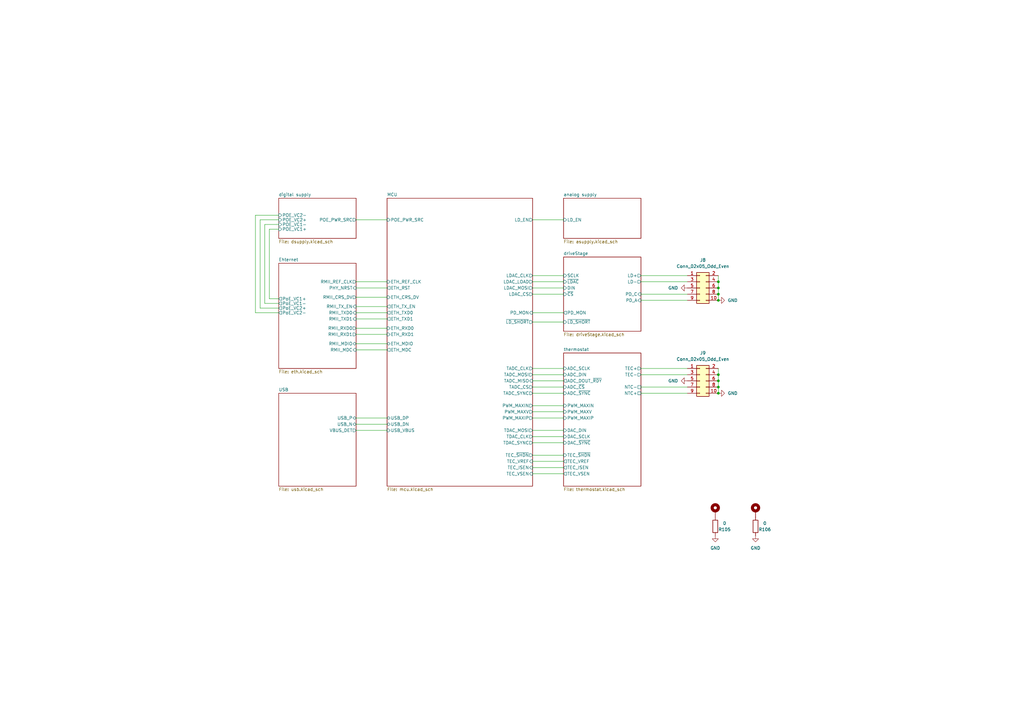
<source format=kicad_sch>
(kicad_sch (version 20230121) (generator eeschema)
  (paper "A3")
  (title_block (title "Kirdy") (date "2022-07-03") (rev "r0.1") (company "M-Labs") (comment 1 "Alex Wong Tat Hang"))
  (lib_symbols
    (symbol "Connector_Generic:Conn_02x05_Odd_Even" (pin_names (offset 1.016) hide)
      (property "Reference" "J" (at 1.27 7.62 0))
      (property "Value" "Conn_02x05_Odd_Even" (at 1.27 -7.62 0))
      (symbol "Conn_02x05_Odd_Even_1_1"
        (rectangle (start -1.27 -4.953) (end 0 -5.207) (stroke (width 0.1524)))
        (rectangle (start -1.27 -2.413) (end 0 -2.667) (stroke (width 0.1524)))
        (rectangle (start -1.27 0.127) (end 0 -0.127) (stroke (width 0.1524)))
        (rectangle (start -1.27 2.667) (end 0 2.413) (stroke (width 0.1524)))
        (rectangle (start -1.27 5.207) (end 0 4.953) (stroke (width 0.1524)))
        (rectangle (start -1.27 6.35) (end 3.81 -6.35) (stroke (width 0.254)) (fill (type background)))
        (rectangle (start 3.81 -4.953) (end 2.54 -5.207) (stroke (width 0.1524)))
        (rectangle (start 3.81 -2.413) (end 2.54 -2.667) (stroke (width 0.1524)))
        (rectangle (start 3.81 0.127) (end 2.54 -0.127) (stroke (width 0.1524)))
        (rectangle (start 3.81 2.667) (end 2.54 2.413) (stroke (width 0.1524)))
        (rectangle (start 3.81 5.207) (end 2.54 4.953) (stroke (width 0.1524)))
        (pin passive line (at -5.08 5.08 0) (length 3.81) (name "Pin_1") (number "1"))
        (pin passive line (at 7.62 -5.08 180) (length 3.81) (name "Pin_10") (number "10"))
        (pin passive line (at 7.62 5.08 180) (length 3.81) (name "Pin_2") (number "2"))
        (pin passive line (at -5.08 2.54 0) (length 3.81) (name "Pin_3") (number "3"))
        (pin passive line (at 7.62 2.54 180) (length 3.81) (name "Pin_4") (number "4"))
        (pin passive line (at -5.08 0 0) (length 3.81) (name "Pin_5") (number "5"))
        (pin passive line (at 7.62 0 180) (length 3.81) (name "Pin_6") (number "6"))
        (pin passive line (at -5.08 -2.54 0) (length 3.81) (name "Pin_7") (number "7"))
        (pin passive line (at 7.62 -2.54 180) (length 3.81) (name "Pin_8") (number "8"))
        (pin passive line (at -5.08 -5.08 0) (length 3.81) (name "Pin_9") (number "9"))
      )
    )
    (symbol "Device:R" (pin_numbers hide) (pin_names (offset 0))
      (property "Reference" "R" (at 2.032 0 90))
      (property "Value" "R" (at 0 0 90))
      (symbol "R_0_1"
        (rectangle (start -1.016 -2.54) (end 1.016 2.54) (stroke (width 0.254)))
      )
      (symbol "R_1_1"
        (pin passive line (at 0 3.81 270) (length 1.27) (name "~") (number "1"))
        (pin passive line (at 0 -3.81 90) (length 1.27) (name "~") (number "2"))
      )
    )
    (symbol "Mechanical:MountingHole_Pad" (pin_numbers hide) (pin_names (offset 1.016) hide)
      (property "Reference" "H" (at 0 6.35 0))
      (property "Value" "MountingHole_Pad" (at 0 4.445 0))
      (symbol "MountingHole_Pad_0_1"
        (circle (center 0 1.27) (radius 1.27) (stroke (width 1.27)))
      )
      (symbol "MountingHole_Pad_1_1"
        (pin input line (at 0 -2.54 90) (length 2.54) (name "1") (number "1"))
      )
    )
    (symbol "power:GND" (power) (pin_names (offset 0))
      (property "Value" "GND" (at 0 -3.81 0))
      (symbol "GND_0_1"
        (polyline (pts (xy 0 0) (xy 0 -1.27) (xy 1.27 -1.27) (xy 0 -2.54) (xy -1.27 -1.27) (xy 0 -1.27)))
      )
      (symbol "GND_1_1"
        (pin power_in line (at 0 0 270) (length 0) hide (name "GND") (number "1"))
      )
    )
  )
  (junction (at 294.64 161.29))
  (junction (at 294.64 118.11))
  (junction (at 294.64 158.75))
  (junction (at 294.64 156.21))
  (junction (at 294.64 120.65))
  (junction (at 294.64 115.57))
  (junction (at 294.64 153.67))
  (junction (at 294.64 123.19))
  (wire (pts (xy 146.05 176.53) (xy 158.75 176.53)))
  (wire (pts (xy 294.64 153.67) (xy 294.64 156.21)))
  (wire (pts (xy 108.585 92.075) (xy 108.585 124.46)))
  (wire (pts (xy 218.44 168.91) (xy 231.14 168.91)))
  (wire (pts (xy 106.68 126.365) (xy 106.68 90.17)))
  (wire (pts (xy 218.44 176.53) (xy 231.14 176.53)))
  (wire (pts (xy 294.64 115.57) (xy 294.64 118.11)))
  (wire (pts (xy 146.05 125.73) (xy 158.75 125.73)))
  (wire (pts (xy 262.89 123.19) (xy 281.94 123.19)))
  (wire (pts (xy 114.3 122.555) (xy 110.49 122.555)))
  (wire (pts (xy 218.44 151.13) (xy 231.14 151.13)))
  (wire (pts (xy 146.05 173.99) (xy 158.75 173.99)))
  (wire (pts (xy 218.44 161.29) (xy 231.14 161.29)))
  (wire (pts (xy 146.05 115.57) (xy 158.75 115.57)))
  (wire (pts (xy 218.44 90.17) (xy 231.14 90.17)))
  (wire (pts (xy 218.44 171.45) (xy 231.14 171.45)))
  (wire (pts (xy 146.05 140.97) (xy 158.75 140.97)))
  (wire (pts (xy 218.44 194.31) (xy 231.14 194.31)))
  (wire (pts (xy 218.44 166.37) (xy 231.14 166.37)))
  (wire (pts (xy 218.44 189.23) (xy 231.14 189.23)))
  (wire (pts (xy 218.44 179.07) (xy 231.14 179.07)))
  (wire (pts (xy 262.89 161.29) (xy 281.94 161.29)))
  (wire (pts (xy 146.05 121.92) (xy 158.75 121.92)))
  (wire (pts (xy 146.05 171.45) (xy 158.75 171.45)))
  (wire (pts (xy 262.89 113.03) (xy 281.94 113.03)))
  (wire (pts (xy 146.05 90.17) (xy 158.75 90.17)))
  (wire (pts (xy 114.3 92.075) (xy 108.585 92.075)))
  (wire (pts (xy 294.64 118.11) (xy 294.64 120.65)))
  (wire (pts (xy 110.49 93.98) (xy 114.3 93.98)))
  (wire (pts (xy 106.68 90.17) (xy 114.3 90.17)))
  (wire (pts (xy 110.49 122.555) (xy 110.49 93.98)))
  (wire (pts (xy 114.3 88.265) (xy 104.775 88.265)))
  (wire (pts (xy 146.05 130.81) (xy 158.75 130.81)))
  (wire (pts (xy 218.44 115.57) (xy 231.14 115.57)))
  (wire (pts (xy 262.89 120.65) (xy 281.94 120.65)))
  (wire (pts (xy 146.05 118.11) (xy 158.75 118.11)))
  (wire (pts (xy 114.3 126.365) (xy 106.68 126.365)))
  (wire (pts (xy 146.05 128.27) (xy 158.75 128.27)))
  (wire (pts (xy 294.64 158.75) (xy 294.64 161.29)))
  (wire (pts (xy 262.89 158.75) (xy 281.94 158.75)))
  (wire (pts (xy 104.775 88.265) (xy 104.775 128.27)))
  (wire (pts (xy 218.44 132.08) (xy 231.14 132.08)))
  (wire (pts (xy 146.05 134.62) (xy 158.75 134.62)))
  (wire (pts (xy 218.44 118.11) (xy 231.14 118.11)))
  (wire (pts (xy 218.44 156.21) (xy 231.14 156.21)))
  (wire (pts (xy 294.64 120.65) (xy 294.64 123.19)))
  (wire (pts (xy 218.44 128.27) (xy 231.14 128.27)))
  (wire (pts (xy 218.44 186.69) (xy 231.14 186.69)))
  (wire (pts (xy 218.44 153.67) (xy 231.14 153.67)))
  (wire (pts (xy 218.44 181.61) (xy 231.14 181.61)))
  (wire (pts (xy 294.64 113.03) (xy 294.64 115.57)))
  (wire (pts (xy 218.44 158.75) (xy 231.14 158.75)))
  (wire (pts (xy 218.44 120.65) (xy 231.14 120.65)))
  (wire (pts (xy 262.89 151.13) (xy 281.94 151.13)))
  (wire (pts (xy 262.89 153.67) (xy 281.94 153.67)))
  (wire (pts (xy 108.585 124.46) (xy 114.3 124.46)))
  (wire (pts (xy 294.64 156.21) (xy 294.64 158.75)))
  (wire (pts (xy 146.05 143.51) (xy 158.75 143.51)))
  (wire (pts (xy 262.89 115.57) (xy 281.94 115.57)))
  (wire (pts (xy 104.775 128.27) (xy 114.3 128.27)))
  (wire (pts (xy 218.44 191.77) (xy 231.14 191.77)))
  (wire (pts (xy 218.44 113.03) (xy 231.14 113.03)))
  (wire (pts (xy 294.64 151.13) (xy 294.64 153.67)))
  (wire (pts (xy 146.05 137.16) (xy 158.75 137.16)))
  (symbol (lib_id "Connector_Generic:Conn_02x05_Odd_Even") (at 287.02 156.21 0) (unit 1)
    (property "Reference" "J9" (at 288.29 144.78 0))
    (property "Value" "Conn_02x05_Odd_Even" (at 288.29 147.32 0))
    (property "Footprint" "Connector_PinHeader_2.54mm:PinHeader_2x05_P2.54mm_Vertical_SMD" (effects hide))
    (property "MFR_PN" "3020-10-0300-00" (effects hide))
    (property "MFR_PN_ALT" "SBH11-NBPC-D05-SM-BK" (effects hide))
  )
  (symbol (lib_id "power:GND") (at 309.88 219.71 0) (unit 1)
    (property "Reference" "#PWR0175" (effects hide))
    (property "Value" "GND" (at 309.88 224.79 0))
  )
  (symbol (lib_id "Device:R") (at 293.37 215.9 180) (unit 1)
    (property "Reference" "R105" (at 297.18 217.17 0))
    (property "Value" "0" (at 297.18 214.63 0))
    (property "Footprint" "Resistor_SMD:R_0603_1608Metric" (effects hide))
    (property "MFR_PN" "RMCF0603ZT0R00" (effects hide))
    (property "MFR_PN_ALT" "CR0603-J/-000ELF" (effects hide))
  )
  (symbol (lib_id "power:GND") (at 294.64 161.29 90) (unit 1)
    (property "Reference" "#PWR0159" (effects hide))
    (property "Value" "GND" (at 298.45 161.2899 90) (effects (justify right)))
  )
  (symbol (lib_id "power:GND") (at 281.94 118.11 270) (unit 1)
    (property "Reference" "#PWR0156" (effects hide))
    (property "Value" "GND" (at 278.13 118.1099 90) (effects (justify right)))
  )
  (symbol (lib_id "power:GND") (at 294.64 123.19 90) (unit 1)
    (property "Reference" "#PWR0158" (effects hide))
    (property "Value" "GND" (at 298.45 123.1899 90) (effects (justify right)))
  )
  (symbol (lib_id "Mechanical:MountingHole_Pad") (at 293.37 209.55 0) (unit 1)
    (property "Reference" "H1" (effects hide))
    (property "Value" "MountingHole_Pad" (effects hide))
    (property "Footprint" "MountingHole:MountingHole_2.7mm_M2.5_Pad_Via" (effects hide))
  )
  (symbol (lib_id "Mechanical:MountingHole_Pad") (at 309.88 209.55 0) (unit 1)
    (property "Reference" "H2" (effects hide))
    (property "Value" "MountingHole_Pad" (effects hide))
    (property "Footprint" "MountingHole:MountingHole_2.7mm_M2.5_Pad_Via" (effects hide))
  )
  (symbol (lib_id "Connector_Generic:Conn_02x05_Odd_Even") (at 287.02 118.11 0) (unit 1)
    (property "Reference" "J8" (at 288.29 106.68 0))
    (property "Value" "Conn_02x05_Odd_Even" (at 288.29 109.22 0))
    (property "Footprint" "Connector_PinHeader_2.54mm:PinHeader_2x05_P2.54mm_Vertical_SMD" (effects hide))
    (property "MFR_PN" "3020-10-0300-00" (effects hide))
    (property "MFR_PN_ALT" "SBH11-NBPC-D05-SM-BK" (effects hide))
  )
  (symbol (lib_id "power:GND") (at 293.37 219.71 0) (unit 1)
    (property "Reference" "#PWR0174" (effects hide))
    (property "Value" "GND" (at 293.37 224.79 0))
  )
  (symbol (lib_id "power:GND") (at 281.94 156.21 270) (unit 1)
    (property "Reference" "#PWR0157" (effects hide))
    (property "Value" "GND" (at 278.13 156.2099 90) (effects (justify right)))
  )
  (symbol (lib_id "Device:R") (at 309.88 215.9 180) (unit 1)
    (property "Reference" "R106" (at 313.69 217.17 0))
    (property "Value" "0" (at 313.69 214.63 0))
    (property "Footprint" "Resistor_SMD:R_0603_1608Metric" (effects hide))
    (property "MFR_PN" "RMCF0603ZT0R00" (effects hide))
    (property "MFR_PN_ALT" "CR0603-J/-000ELF" (effects hide))
  )
  (sheet (at 114.3 107.95) (size 31.75 43.18) (stroke (width 0.1524))
    (property "Sheetname" "Ehternet" (at 114.3 107.2384 0) (effects (justify left bottom)))
    (property "Sheetfile" "eth.kicad_sch" (at 114.3 151.7146 0) (effects (justify left top)))
    (pin "RMII_MDIO" bidirectional (at 146.05 140.97 0))
    (pin "PHY_NRST" input (at 146.05 118.11 0))
    (pin "RMII_MDC" input (at 146.05 143.51 0))
    (pin "RMII_CRS_DV" output (at 146.05 121.92 0))
    (pin "RMII_TX_EN" input (at 146.05 125.73 0))
    (pin "RMII_TXD0" input (at 146.05 128.27 0))
    (pin "RMII_TXD1" input (at 146.05 130.81 0))
    (pin "RMII_RXD0" output (at 146.05 134.62 0))
    (pin "RMII_RXD1" output (at 146.05 137.16 0))
    (pin "RMII_REF_CLK" output (at 146.05 115.57 0))
    (pin "PoE_VC1+" output (at 114.3 122.555 180))
    (pin "PoE_VC1-" output (at 114.3 124.46 180))
    (pin "PoE_VC2+" output (at 114.3 126.365 180))
    (pin "PoE_VC2-" output (at 114.3 128.27 180))
  )
  (sheet (at 114.3 161.29) (size 31.75 38.1) (stroke (width 0.1524))
    (property "Sheetname" "USB" (at 114.3 160.5784 0) (effects (justify left bottom)))
    (property "Sheetfile" "usb.kicad_sch" (at 114.3 199.9746 0) (effects (justify left top)))
    (pin "USB_N" bidirectional (at 146.05 173.99 0))
    (pin "USB_P" bidirectional (at 146.05 171.45 0))
    (pin "VBUS_DET" output (at 146.05 176.53 0))
  )
  (sheet (at 231.14 105.41) (size 31.75 30.48) (stroke (width 0.1524))
    (property "Sheetname" "driveStage" (at 231.14 104.6984 0) (effects (justify left bottom)))
    (property "Sheetfile" "driveStage.kicad_sch" (at 231.14 136.4746 0) (effects (justify left top)))
    (pin "LD-" output (at 262.89 115.57 0))
    (pin "LD+" output (at 262.89 113.03 0))
    (pin "SCLK" input (at 231.14 113.03 180))
    (pin "DIN" input (at 231.14 118.11 180))
    (pin "~{LDAC}" input (at 231.14 115.57 180))
    (pin "~{CS}" input (at 231.14 120.65 180))
    (pin "PD_A" input (at 262.89 123.19 0))
    (pin "PD_C" input (at 262.89 120.65 0))
    (pin "PD_MON" output (at 231.14 128.27 180))
    (pin "~{LD_SHORT}" input (at 231.14 132.08 180))
  )
  (sheet (at 114.3 81.28) (size 31.75 16.51) (stroke (width 0.1524))
    (property "Sheetname" "digital supply" (at 114.3 80.5684 0) (effects (justify left bottom)))
    (property "Sheetfile" "dsupply.kicad_sch" (at 114.3 98.3746 0) (effects (justify left top)))
    (pin "POE_PWR_SRC" output (at 146.05 90.17 0))
    (pin "POE_VC1-" input (at 114.3 92.075 180))
    (pin "POE_VC2-" input (at 114.3 88.265 180))
    (pin "POE_VC1+" input (at 114.3 93.98 180))
    (pin "POE_VC2+" input (at 114.3 90.17 180))
  )
  (sheet (at 231.14 144.78) (size 31.75 54.61) (stroke (width 0.1524))
    (property "Sheetname" "thermostat" (at 231.14 144.0684 0) (effects (justify left bottom)))
    (property "Sheetfile" "thermostat.kicad_sch" (at 231.14 199.9746 0) (effects (justify left top)))
    (pin "TEC-" output (at 262.89 153.67 0))
    (pin "TEC+" output (at 262.89 151.13 0))
    (pin "NTC-" passive (at 262.89 158.75 0))
    (pin "NTC+" passive (at 262.89 161.29 0))
    (pin "DAC_~{SYNC}" input (at 231.14 181.61 180))
    (pin "DAC_SCLK" input (at 231.14 179.07 180))
    (pin "DAC_DIN" input (at 231.14 176.53 180))
    (pin "PWM_MAXV" input (at 231.14 168.91 180))
    (pin "ADC_SCLK" input (at 231.14 151.13 180))
    (pin "ADC_DIN" input (at 231.14 153.67 180))
    (pin "ADC_DOUT_~{RDY}" output (at 231.14 156.21 180))
    (pin "ADC_~{CS}" input (at 231.14 158.75 180))
    (pin "ADC_~{SYNC}" input (at 231.14 161.29 180))
    (pin "PWM_MAXIN" input (at 231.14 166.37 180))
    (pin "PWM_MAXIP" input (at 231.14 171.45 180))
    (pin "TEC_~{SHDN}" input (at 231.14 186.69 180))
    (pin "TEC_ISEN" output (at 231.14 191.77 180))
    (pin "TEC_VREF" output (at 231.14 189.23 180))
    (pin "TEC_VSEN" output (at 231.14 194.31 180))
  )
  (sheet (at 231.14 81.28) (size 31.75 16.51) (stroke (width 0.1524))
    (property "Sheetname" "analog supply" (at 231.14 80.5684 0) (effects (justify left bottom)))
    (property "Sheetfile" "asupply.kicad_sch" (at 231.14 98.3746 0) (effects (justify left top)))
    (pin "LD_EN" input (at 231.14 90.17 180))
  )
  (sheet (at 158.75 81.28) (size 59.69 118.11) (stroke (width 0.1524))
    (property "Sheetname" "MCU" (at 158.75 80.5684 0) (effects (justify left bottom)))
    (property "Sheetfile" "mcu.kicad_sch" (at 158.75 199.9746 0) (effects (justify left top)))
    (pin "ETH_RST" output (at 158.75 118.11 180))
    (pin "ETH_MDIO" bidirectional (at 158.75 140.97 180))
    (pin "PD_MON" input (at 218.44 128.27 0))
    (pin "TEC_~{SHDN}" output (at 218.44 186.69 0))
    (pin "TEC_VREF" input (at 218.44 189.23 0))
    (pin "ETH_CRS_DV" input (at 158.75 121.92 180))
    (pin "USB_VBUS" input (at 158.75 176.53 180))
    (pin "TEC_ISEN" input (at 218.44 191.77 0))
    (pin "TEC_VSEN" input (at 218.44 194.31 0))
    (pin "USB_DP" bidirectional (at 158.75 171.45 180))
    (pin "USB_DN" bidirectional (at 158.75 173.99 180))
    (pin "TADC_CS" output (at 218.44 158.75 0))
    (pin "LDAC_CLK" output (at 218.44 113.03 0))
    (pin "ETH_TX_EN" output (at 158.75 125.73 180))
    (pin "ETH_TXD0" output (at 158.75 128.27 180))
    (pin "ETH_TXD1" output (at 158.75 130.81 180))
    (pin "LDAC_LOAD" output (at 218.44 115.57 0))
    (pin "POE_PWR_SRC" input (at 158.75 90.17 180))
    (pin "ETH_RXD0" input (at 158.75 134.62 180))
    (pin "ETH_RXD1" input (at 158.75 137.16 180))
    (pin "LDAC_MOSI" output (at 218.44 118.11 0))
    (pin "TADC_MOSI" output (at 218.44 153.67 0))
    (pin "TADC_MISO" input (at 218.44 156.21 0))
    (pin "PWM_MAXIP" output (at 218.44 171.45 0))
    (pin "ETH_MDC" output (at 158.75 143.51 180))
    (pin "LDAC_CS" output (at 218.44 120.65 0))
    (pin "TADC_SYNC" output (at 218.44 161.29 0))
    (pin "TDAC_CLK" output (at 218.44 179.07 0))
    (pin "TDAC_SYNC" output (at 218.44 181.61 0))
    (pin "TDAC_MOSI" output (at 218.44 176.53 0))
    (pin "PWM_MAXIN" output (at 218.44 166.37 0))
    (pin "PWM_MAXV" output (at 218.44 168.91 0))
    (pin "TADC_CLK" output (at 218.44 151.13 0))
    (pin "ETH_REF_CLK" input (at 158.75 115.57 180))
    (pin "LD_EN" output (at 218.44 90.17 0))
    (pin "~{LD_SHORT}" output (at 218.44 132.08 0))
  )
)
</source>
